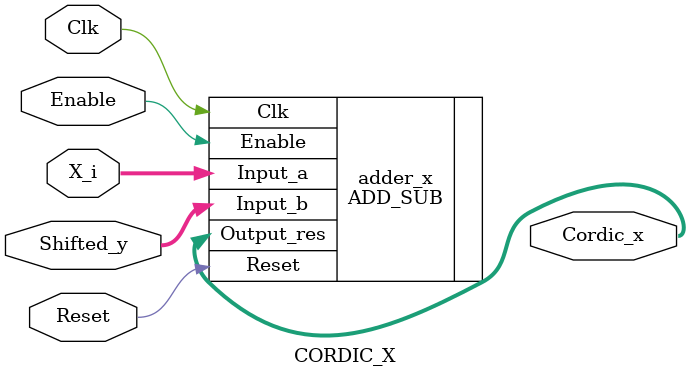
<source format=v>
module CORDIC_X (
    input wire Clk,
    input wire Reset,
    input wire signed [15:0] X_i,
    input wire signed [15:0] Shifted_y,
    input wire Enable,
    output wire signed [15:0] Cordic_x
);

    ADD_SUB adder_x (
        .Clk(Clk),
        .Reset(Reset),
        .Input_a(X_i),
        .Input_b(Shifted_y),
        .Enable(Enable),
        .Output_res(Cordic_x)
    );

endmodule

</source>
